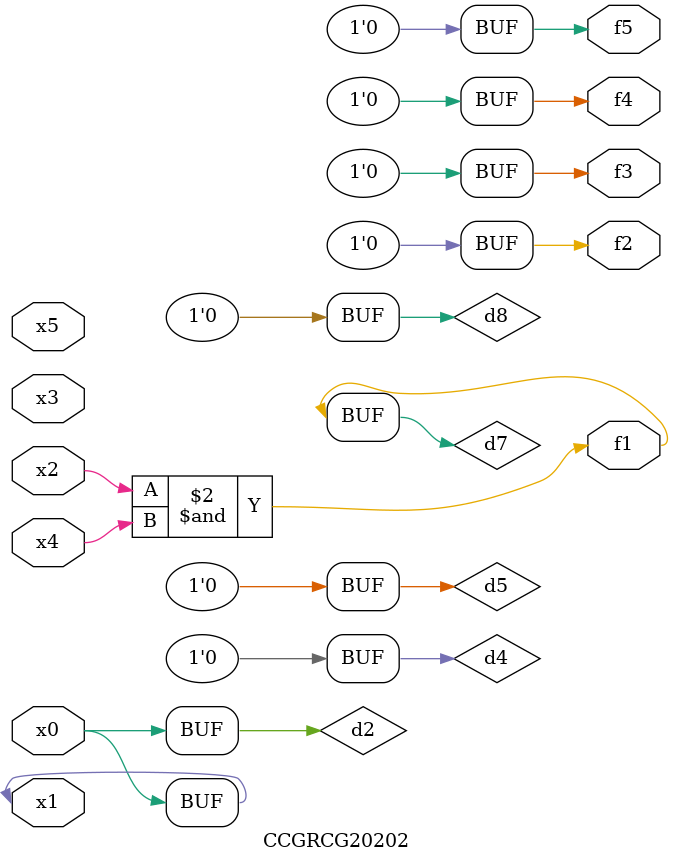
<source format=v>
module CCGRCG20202(
	input x0, x1, x2, x3, x4, x5,
	output f1, f2, f3, f4, f5
);

	wire d1, d2, d3, d4, d5, d6, d7, d8, d9;

	nand (d1, x1);
	buf (d2, x0, x1);
	nand (d3, x2, x4);
	and (d4, d1, d2);
	and (d5, d1, d2);
	nand (d6, d1, d3);
	not (d7, d3);
	xor (d8, d5);
	nor (d9, d5, d6);
	assign f1 = d7;
	assign f2 = d8;
	assign f3 = d8;
	assign f4 = d8;
	assign f5 = d8;
endmodule

</source>
